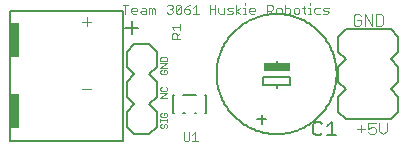
<source format=gto>
G75*
%MOIN*%
%OFA0B0*%
%FSLAX25Y25*%
%IPPOS*%
%LPD*%
%AMOC8*
5,1,8,0,0,1.08239X$1,22.5*
%
%ADD10C,0.00200*%
%ADD11C,0.00600*%
%ADD12C,0.00300*%
%ADD13R,0.09000X0.02500*%
%ADD14C,0.00500*%
%ADD15R,0.02953X0.11811*%
%ADD16C,0.00400*%
D10*
X0055998Y0009524D02*
X0056365Y0009157D01*
X0056732Y0009157D01*
X0057099Y0009524D01*
X0057099Y0010258D01*
X0057466Y0010625D01*
X0057833Y0010625D01*
X0058200Y0010258D01*
X0058200Y0009524D01*
X0057833Y0009157D01*
X0055998Y0009524D02*
X0055998Y0010258D01*
X0056365Y0010625D01*
X0055998Y0011367D02*
X0055998Y0012101D01*
X0055998Y0011734D02*
X0058200Y0011734D01*
X0058200Y0011367D02*
X0058200Y0012101D01*
X0057833Y0012840D02*
X0056365Y0012840D01*
X0055998Y0013207D01*
X0055998Y0013941D01*
X0056365Y0014308D01*
X0057099Y0014308D02*
X0057099Y0013574D01*
X0057833Y0012840D02*
X0058200Y0013207D01*
X0058200Y0013941D01*
X0057833Y0014308D01*
X0057099Y0014308D01*
X0055998Y0019330D02*
X0058200Y0020798D01*
X0055998Y0020798D01*
X0056365Y0021540D02*
X0057833Y0021540D01*
X0058200Y0021907D01*
X0058200Y0022641D01*
X0057833Y0023008D01*
X0056365Y0023008D02*
X0055998Y0022641D01*
X0055998Y0021907D01*
X0056365Y0021540D01*
X0055998Y0019330D02*
X0058200Y0019330D01*
X0057833Y0027120D02*
X0056365Y0027120D01*
X0055998Y0027487D01*
X0055998Y0028221D01*
X0056365Y0028588D01*
X0057099Y0028588D02*
X0057099Y0027854D01*
X0057099Y0028588D02*
X0057833Y0028588D01*
X0058200Y0028221D01*
X0058200Y0027487D01*
X0057833Y0027120D01*
X0058200Y0029330D02*
X0055998Y0029330D01*
X0058200Y0030798D01*
X0055998Y0030798D01*
X0055998Y0031540D02*
X0055998Y0032641D01*
X0056365Y0033008D01*
X0057833Y0033008D01*
X0058200Y0032641D01*
X0058200Y0031540D01*
X0055998Y0031540D01*
D11*
X0054700Y0029700D02*
X0052200Y0027200D01*
X0054700Y0024700D01*
X0054700Y0019700D01*
X0052200Y0017200D01*
X0054700Y0014700D01*
X0054700Y0009700D01*
X0052200Y0007200D01*
X0047200Y0007200D01*
X0044700Y0009700D01*
X0044700Y0014700D01*
X0047200Y0017200D01*
X0044700Y0019700D01*
X0044700Y0024700D01*
X0047200Y0027200D01*
X0044700Y0029700D01*
X0044700Y0034700D01*
X0047200Y0037200D01*
X0052200Y0037200D01*
X0054700Y0034700D01*
X0054700Y0029700D01*
X0060102Y0020291D02*
X0060472Y0020291D01*
X0060102Y0020291D02*
X0060102Y0014109D01*
X0060472Y0014109D01*
X0063645Y0014109D02*
X0064015Y0014109D01*
X0067385Y0014109D02*
X0067755Y0014109D01*
X0070928Y0014109D02*
X0071298Y0014109D01*
X0071298Y0020291D01*
X0070928Y0020291D01*
X0067755Y0020291D02*
X0063645Y0020291D01*
X0088200Y0012200D02*
X0091200Y0012200D01*
X0089700Y0013700D02*
X0089700Y0010700D01*
X0115200Y0014700D02*
X0115200Y0019700D01*
X0117700Y0022200D01*
X0115200Y0024700D01*
X0115200Y0029700D01*
X0117700Y0032200D01*
X0115200Y0034700D01*
X0115200Y0039700D01*
X0117700Y0042200D01*
X0132700Y0042200D01*
X0135200Y0039700D01*
X0135200Y0034700D01*
X0132700Y0032200D01*
X0135200Y0029700D01*
X0135200Y0024700D01*
X0132700Y0022200D01*
X0135200Y0019700D01*
X0135200Y0014700D01*
X0132700Y0012200D01*
X0117700Y0012200D01*
X0115200Y0014700D01*
X0094700Y0022700D02*
X0094700Y0023700D01*
X0090200Y0023700D01*
X0090200Y0026200D01*
X0099200Y0026200D01*
X0099200Y0023700D01*
X0094700Y0023700D01*
X0074700Y0027200D02*
X0074706Y0027691D01*
X0074724Y0028181D01*
X0074754Y0028671D01*
X0074796Y0029160D01*
X0074850Y0029648D01*
X0074916Y0030135D01*
X0074994Y0030619D01*
X0075084Y0031102D01*
X0075186Y0031582D01*
X0075299Y0032060D01*
X0075424Y0032534D01*
X0075561Y0033006D01*
X0075709Y0033474D01*
X0075869Y0033938D01*
X0076040Y0034398D01*
X0076222Y0034854D01*
X0076416Y0035305D01*
X0076620Y0035751D01*
X0076836Y0036192D01*
X0077062Y0036628D01*
X0077298Y0037058D01*
X0077545Y0037482D01*
X0077803Y0037900D01*
X0078071Y0038311D01*
X0078348Y0038716D01*
X0078636Y0039114D01*
X0078933Y0039505D01*
X0079240Y0039888D01*
X0079556Y0040263D01*
X0079881Y0040631D01*
X0080215Y0040991D01*
X0080558Y0041342D01*
X0080909Y0041685D01*
X0081269Y0042019D01*
X0081637Y0042344D01*
X0082012Y0042660D01*
X0082395Y0042967D01*
X0082786Y0043264D01*
X0083184Y0043552D01*
X0083589Y0043829D01*
X0084000Y0044097D01*
X0084418Y0044355D01*
X0084842Y0044602D01*
X0085272Y0044838D01*
X0085708Y0045064D01*
X0086149Y0045280D01*
X0086595Y0045484D01*
X0087046Y0045678D01*
X0087502Y0045860D01*
X0087962Y0046031D01*
X0088426Y0046191D01*
X0088894Y0046339D01*
X0089366Y0046476D01*
X0089840Y0046601D01*
X0090318Y0046714D01*
X0090798Y0046816D01*
X0091281Y0046906D01*
X0091765Y0046984D01*
X0092252Y0047050D01*
X0092740Y0047104D01*
X0093229Y0047146D01*
X0093719Y0047176D01*
X0094209Y0047194D01*
X0094700Y0047200D01*
X0095191Y0047194D01*
X0095681Y0047176D01*
X0096171Y0047146D01*
X0096660Y0047104D01*
X0097148Y0047050D01*
X0097635Y0046984D01*
X0098119Y0046906D01*
X0098602Y0046816D01*
X0099082Y0046714D01*
X0099560Y0046601D01*
X0100034Y0046476D01*
X0100506Y0046339D01*
X0100974Y0046191D01*
X0101438Y0046031D01*
X0101898Y0045860D01*
X0102354Y0045678D01*
X0102805Y0045484D01*
X0103251Y0045280D01*
X0103692Y0045064D01*
X0104128Y0044838D01*
X0104558Y0044602D01*
X0104982Y0044355D01*
X0105400Y0044097D01*
X0105811Y0043829D01*
X0106216Y0043552D01*
X0106614Y0043264D01*
X0107005Y0042967D01*
X0107388Y0042660D01*
X0107763Y0042344D01*
X0108131Y0042019D01*
X0108491Y0041685D01*
X0108842Y0041342D01*
X0109185Y0040991D01*
X0109519Y0040631D01*
X0109844Y0040263D01*
X0110160Y0039888D01*
X0110467Y0039505D01*
X0110764Y0039114D01*
X0111052Y0038716D01*
X0111329Y0038311D01*
X0111597Y0037900D01*
X0111855Y0037482D01*
X0112102Y0037058D01*
X0112338Y0036628D01*
X0112564Y0036192D01*
X0112780Y0035751D01*
X0112984Y0035305D01*
X0113178Y0034854D01*
X0113360Y0034398D01*
X0113531Y0033938D01*
X0113691Y0033474D01*
X0113839Y0033006D01*
X0113976Y0032534D01*
X0114101Y0032060D01*
X0114214Y0031582D01*
X0114316Y0031102D01*
X0114406Y0030619D01*
X0114484Y0030135D01*
X0114550Y0029648D01*
X0114604Y0029160D01*
X0114646Y0028671D01*
X0114676Y0028181D01*
X0114694Y0027691D01*
X0114700Y0027200D01*
X0114694Y0026709D01*
X0114676Y0026219D01*
X0114646Y0025729D01*
X0114604Y0025240D01*
X0114550Y0024752D01*
X0114484Y0024265D01*
X0114406Y0023781D01*
X0114316Y0023298D01*
X0114214Y0022818D01*
X0114101Y0022340D01*
X0113976Y0021866D01*
X0113839Y0021394D01*
X0113691Y0020926D01*
X0113531Y0020462D01*
X0113360Y0020002D01*
X0113178Y0019546D01*
X0112984Y0019095D01*
X0112780Y0018649D01*
X0112564Y0018208D01*
X0112338Y0017772D01*
X0112102Y0017342D01*
X0111855Y0016918D01*
X0111597Y0016500D01*
X0111329Y0016089D01*
X0111052Y0015684D01*
X0110764Y0015286D01*
X0110467Y0014895D01*
X0110160Y0014512D01*
X0109844Y0014137D01*
X0109519Y0013769D01*
X0109185Y0013409D01*
X0108842Y0013058D01*
X0108491Y0012715D01*
X0108131Y0012381D01*
X0107763Y0012056D01*
X0107388Y0011740D01*
X0107005Y0011433D01*
X0106614Y0011136D01*
X0106216Y0010848D01*
X0105811Y0010571D01*
X0105400Y0010303D01*
X0104982Y0010045D01*
X0104558Y0009798D01*
X0104128Y0009562D01*
X0103692Y0009336D01*
X0103251Y0009120D01*
X0102805Y0008916D01*
X0102354Y0008722D01*
X0101898Y0008540D01*
X0101438Y0008369D01*
X0100974Y0008209D01*
X0100506Y0008061D01*
X0100034Y0007924D01*
X0099560Y0007799D01*
X0099082Y0007686D01*
X0098602Y0007584D01*
X0098119Y0007494D01*
X0097635Y0007416D01*
X0097148Y0007350D01*
X0096660Y0007296D01*
X0096171Y0007254D01*
X0095681Y0007224D01*
X0095191Y0007206D01*
X0094700Y0007200D01*
X0094209Y0007206D01*
X0093719Y0007224D01*
X0093229Y0007254D01*
X0092740Y0007296D01*
X0092252Y0007350D01*
X0091765Y0007416D01*
X0091281Y0007494D01*
X0090798Y0007584D01*
X0090318Y0007686D01*
X0089840Y0007799D01*
X0089366Y0007924D01*
X0088894Y0008061D01*
X0088426Y0008209D01*
X0087962Y0008369D01*
X0087502Y0008540D01*
X0087046Y0008722D01*
X0086595Y0008916D01*
X0086149Y0009120D01*
X0085708Y0009336D01*
X0085272Y0009562D01*
X0084842Y0009798D01*
X0084418Y0010045D01*
X0084000Y0010303D01*
X0083589Y0010571D01*
X0083184Y0010848D01*
X0082786Y0011136D01*
X0082395Y0011433D01*
X0082012Y0011740D01*
X0081637Y0012056D01*
X0081269Y0012381D01*
X0080909Y0012715D01*
X0080558Y0013058D01*
X0080215Y0013409D01*
X0079881Y0013769D01*
X0079556Y0014137D01*
X0079240Y0014512D01*
X0078933Y0014895D01*
X0078636Y0015286D01*
X0078348Y0015684D01*
X0078071Y0016089D01*
X0077803Y0016500D01*
X0077545Y0016918D01*
X0077298Y0017342D01*
X0077062Y0017772D01*
X0076836Y0018208D01*
X0076620Y0018649D01*
X0076416Y0019095D01*
X0076222Y0019546D01*
X0076040Y0020002D01*
X0075869Y0020462D01*
X0075709Y0020926D01*
X0075561Y0021394D01*
X0075424Y0021866D01*
X0075299Y0022340D01*
X0075186Y0022818D01*
X0075084Y0023298D01*
X0074994Y0023781D01*
X0074916Y0024265D01*
X0074850Y0024752D01*
X0074796Y0025240D01*
X0074754Y0025729D01*
X0074724Y0026219D01*
X0074706Y0026709D01*
X0074700Y0027200D01*
X0094700Y0029700D02*
X0094700Y0031700D01*
X0048582Y0042690D02*
X0044312Y0042690D01*
X0046447Y0040555D02*
X0046447Y0044825D01*
D12*
X0046780Y0047350D02*
X0046297Y0047834D01*
X0046297Y0048801D01*
X0046780Y0049285D01*
X0047748Y0049285D01*
X0048231Y0048801D01*
X0048231Y0048317D01*
X0046297Y0048317D01*
X0046780Y0047350D02*
X0047748Y0047350D01*
X0049243Y0047834D02*
X0049727Y0048317D01*
X0051178Y0048317D01*
X0051178Y0048801D02*
X0051178Y0047350D01*
X0049727Y0047350D01*
X0049243Y0047834D01*
X0050694Y0049285D02*
X0051178Y0048801D01*
X0050694Y0049285D02*
X0049727Y0049285D01*
X0052190Y0049285D02*
X0052673Y0049285D01*
X0053157Y0048801D01*
X0053641Y0049285D01*
X0054125Y0048801D01*
X0054125Y0047350D01*
X0053157Y0047350D02*
X0053157Y0048801D01*
X0052190Y0049285D02*
X0052190Y0047350D01*
X0058083Y0047834D02*
X0058566Y0047350D01*
X0059534Y0047350D01*
X0060018Y0047834D01*
X0060018Y0048317D01*
X0059534Y0048801D01*
X0059050Y0048801D01*
X0059534Y0048801D02*
X0060018Y0049285D01*
X0060018Y0049769D01*
X0059534Y0050252D01*
X0058566Y0050252D01*
X0058083Y0049769D01*
X0061029Y0049769D02*
X0061513Y0050252D01*
X0062480Y0050252D01*
X0062964Y0049769D01*
X0061029Y0047834D01*
X0061513Y0047350D01*
X0062480Y0047350D01*
X0062964Y0047834D01*
X0062964Y0049769D01*
X0063976Y0048801D02*
X0064943Y0049769D01*
X0065911Y0050252D01*
X0066922Y0049285D02*
X0067890Y0050252D01*
X0067890Y0047350D01*
X0068857Y0047350D02*
X0066922Y0047350D01*
X0065911Y0047834D02*
X0065911Y0048317D01*
X0065427Y0048801D01*
X0063976Y0048801D01*
X0063976Y0047834D01*
X0064459Y0047350D01*
X0065427Y0047350D01*
X0065911Y0047834D01*
X0061029Y0047834D02*
X0061029Y0049769D01*
X0072350Y0050252D02*
X0072350Y0047350D01*
X0072350Y0048801D02*
X0074285Y0048801D01*
X0075297Y0049285D02*
X0075297Y0047834D01*
X0075780Y0047350D01*
X0077231Y0047350D01*
X0077231Y0049285D01*
X0078243Y0048801D02*
X0078727Y0049285D01*
X0080178Y0049285D01*
X0078727Y0048317D02*
X0078243Y0048801D01*
X0078727Y0048317D02*
X0079694Y0048317D01*
X0080178Y0047834D01*
X0079694Y0047350D01*
X0078243Y0047350D01*
X0081190Y0047350D02*
X0081190Y0050252D01*
X0082641Y0049285D02*
X0081190Y0048317D01*
X0082641Y0047350D01*
X0083645Y0047350D02*
X0084612Y0047350D01*
X0084129Y0047350D02*
X0084129Y0049285D01*
X0083645Y0049285D01*
X0085609Y0048801D02*
X0086093Y0049285D01*
X0087061Y0049285D01*
X0087544Y0048801D01*
X0087544Y0048317D01*
X0085609Y0048317D01*
X0085609Y0047834D02*
X0085609Y0048801D01*
X0085609Y0047834D02*
X0086093Y0047350D01*
X0087061Y0047350D01*
X0091502Y0047350D02*
X0091502Y0050252D01*
X0092954Y0050252D01*
X0093437Y0049769D01*
X0093437Y0048801D01*
X0092954Y0048317D01*
X0091502Y0048317D01*
X0092470Y0048317D02*
X0093437Y0047350D01*
X0094449Y0047834D02*
X0094933Y0047350D01*
X0095900Y0047350D01*
X0096384Y0047834D01*
X0096384Y0048801D01*
X0095900Y0049285D01*
X0094933Y0049285D01*
X0094449Y0048801D01*
X0094449Y0047834D01*
X0097395Y0047350D02*
X0098847Y0047350D01*
X0099330Y0047834D01*
X0099330Y0048801D01*
X0098847Y0049285D01*
X0097395Y0049285D01*
X0097395Y0050252D02*
X0097395Y0047350D01*
X0100342Y0047834D02*
X0100342Y0048801D01*
X0100826Y0049285D01*
X0101793Y0049285D01*
X0102277Y0048801D01*
X0102277Y0047834D01*
X0101793Y0047350D01*
X0100826Y0047350D01*
X0100342Y0047834D01*
X0103288Y0049285D02*
X0104256Y0049285D01*
X0103772Y0049769D02*
X0103772Y0047834D01*
X0104256Y0047350D01*
X0105253Y0047350D02*
X0106220Y0047350D01*
X0105737Y0047350D02*
X0105737Y0049285D01*
X0105253Y0049285D01*
X0107217Y0048801D02*
X0107217Y0047834D01*
X0107701Y0047350D01*
X0109152Y0047350D01*
X0110164Y0047350D02*
X0111615Y0047350D01*
X0112099Y0047834D01*
X0111615Y0048317D01*
X0110647Y0048317D01*
X0110164Y0048801D01*
X0110647Y0049285D01*
X0112099Y0049285D01*
X0109152Y0049285D02*
X0107701Y0049285D01*
X0107217Y0048801D01*
X0105737Y0050252D02*
X0105737Y0050736D01*
X0120350Y0046436D02*
X0120350Y0043967D01*
X0120967Y0043350D01*
X0122202Y0043350D01*
X0122819Y0043967D01*
X0122819Y0045202D01*
X0121584Y0045202D01*
X0120350Y0046436D02*
X0120967Y0047053D01*
X0122202Y0047053D01*
X0122819Y0046436D01*
X0124033Y0047053D02*
X0126502Y0043350D01*
X0126502Y0047053D01*
X0127716Y0047053D02*
X0129568Y0047053D01*
X0130185Y0046436D01*
X0130185Y0043967D01*
X0129568Y0043350D01*
X0127716Y0043350D01*
X0127716Y0047053D01*
X0124033Y0047053D02*
X0124033Y0043350D01*
X0084129Y0050252D02*
X0084129Y0050736D01*
X0074285Y0050252D02*
X0074285Y0047350D01*
X0062600Y0043781D02*
X0062600Y0041847D01*
X0062600Y0040835D02*
X0061633Y0039867D01*
X0061633Y0040351D02*
X0061633Y0038900D01*
X0062600Y0038900D02*
X0059698Y0038900D01*
X0059698Y0040351D01*
X0060181Y0040835D01*
X0061149Y0040835D01*
X0061633Y0040351D01*
X0060665Y0041847D02*
X0059698Y0042814D01*
X0062600Y0042814D01*
X0044317Y0047350D02*
X0044317Y0050252D01*
X0043350Y0050252D02*
X0045285Y0050252D01*
X0125283Y0010803D02*
X0125283Y0008952D01*
X0126518Y0009569D01*
X0127135Y0009569D01*
X0127752Y0008952D01*
X0127752Y0007717D01*
X0127135Y0007100D01*
X0125900Y0007100D01*
X0125283Y0007717D01*
X0122834Y0007717D02*
X0122834Y0010186D01*
X0125283Y0010803D02*
X0127752Y0010803D01*
X0128966Y0010803D02*
X0128966Y0008334D01*
X0130201Y0007100D01*
X0131435Y0008334D01*
X0131435Y0010803D01*
X0124069Y0008952D02*
X0121600Y0008952D01*
X0068581Y0004850D02*
X0066647Y0004850D01*
X0067614Y0004850D02*
X0067614Y0007752D01*
X0066647Y0006785D01*
X0065635Y0007752D02*
X0065635Y0005334D01*
X0065151Y0004850D01*
X0064184Y0004850D01*
X0063700Y0005334D01*
X0063700Y0007752D01*
D13*
X0094700Y0029450D03*
D14*
X0043401Y0005015D02*
X0005999Y0005015D01*
X0005999Y0048322D01*
X0043401Y0048322D01*
X0043401Y0005015D01*
X0032574Y0005015D02*
X0024700Y0005015D01*
X0106950Y0007501D02*
X0107701Y0006750D01*
X0109202Y0006750D01*
X0109953Y0007501D01*
X0111554Y0006750D02*
X0114556Y0006750D01*
X0113055Y0006750D02*
X0113055Y0011254D01*
X0111554Y0009753D01*
X0109953Y0010503D02*
X0109202Y0011254D01*
X0107701Y0011254D01*
X0106950Y0010503D01*
X0106950Y0007501D01*
D15*
X0007476Y0014857D03*
X0007476Y0038480D03*
D16*
X0029900Y0044702D02*
X0032969Y0044702D01*
X0031435Y0046237D02*
X0031435Y0043167D01*
X0029900Y0022202D02*
X0032969Y0022202D01*
M02*

</source>
